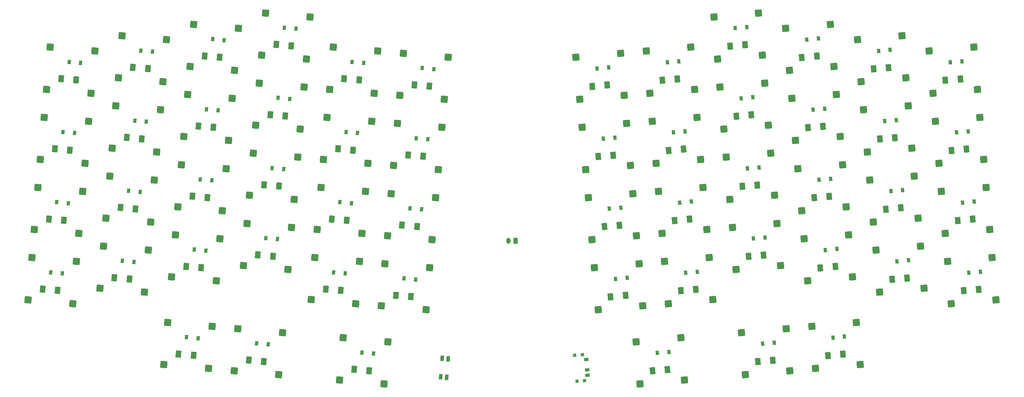
<source format=gbr>
%TF.GenerationSoftware,KiCad,Pcbnew,9.0.2*%
%TF.CreationDate,2025-06-04T11:45:29-06:00*%
%TF.ProjectId,chasm-v4,63686173-6d2d-4763-942e-6b696361645f,v1.0.0*%
%TF.SameCoordinates,Original*%
%TF.FileFunction,Paste,Top*%
%TF.FilePolarity,Positive*%
%FSLAX46Y46*%
G04 Gerber Fmt 4.6, Leading zero omitted, Abs format (unit mm)*
G04 Created by KiCad (PCBNEW 9.0.2) date 2025-06-04 11:45:29*
%MOMM*%
%LPD*%
G01*
G04 APERTURE LIST*
G04 Aperture macros list*
%AMRoundRect*
0 Rectangle with rounded corners*
0 $1 Rounding radius*
0 $2 $3 $4 $5 $6 $7 $8 $9 X,Y pos of 4 corners*
0 Add a 4 corners polygon primitive as box body*
4,1,4,$2,$3,$4,$5,$6,$7,$8,$9,$2,$3,0*
0 Add four circle primitives for the rounded corners*
1,1,$1+$1,$2,$3*
1,1,$1+$1,$4,$5*
1,1,$1+$1,$6,$7*
1,1,$1+$1,$8,$9*
0 Add four rect primitives between the rounded corners*
20,1,$1+$1,$2,$3,$4,$5,0*
20,1,$1+$1,$4,$5,$6,$7,0*
20,1,$1+$1,$6,$7,$8,$9,0*
20,1,$1+$1,$8,$9,$2,$3,0*%
%AMRotRect*
0 Rectangle, with rotation*
0 The origin of the aperture is its center*
0 $1 length*
0 $2 width*
0 $3 Rotation angle, in degrees counterclockwise*
0 Add horizontal line*
21,1,$1,$2,0,0,$3*%
G04 Aperture macros list end*
%ADD10C,0.800000*%
%ADD11RoundRect,0.250000X-0.812513X-0.681779X0.681779X-0.812513X0.812513X0.681779X-0.681779X0.812513X0*%
%ADD12RotRect,1.550000X2.000000X355.000000*%
%ADD13RoundRect,0.250000X-0.681779X-0.812513X0.812513X-0.681779X0.681779X0.812513X-0.812513X0.681779X0*%
%ADD14RotRect,1.550000X2.000000X5.000000*%
%ADD15RotRect,0.900000X1.200000X355.000000*%
%ADD16RotRect,0.900000X1.200000X5.000000*%
%ADD17O,1.200000X1.700000*%
%ADD18R,1.200000X1.700000*%
%ADD19RotRect,1.550000X1.000000X265.000000*%
%ADD20RotRect,0.900000X0.900000X95.000000*%
%ADD21RotRect,0.900000X1.250000X95.000000*%
G04 APERTURE END LIST*
D10*
%TO.C,S1*%
X101537283Y-102794617D03*
X97278551Y-102422027D03*
D11*
X105802902Y-106530607D03*
X106848771Y-94576271D03*
X93151229Y-105423729D03*
X94197098Y-93469393D03*
D12*
X101537283Y-102794617D03*
X97278551Y-102422027D03*
%TD*%
D10*
%TO.C,S2*%
X103280398Y-82870723D03*
X99021666Y-82498133D03*
D11*
X107546017Y-86606713D03*
X108591886Y-74652377D03*
X94894344Y-85499835D03*
X95940213Y-73545499D03*
D12*
X103280398Y-82870723D03*
X99021666Y-82498133D03*
%TD*%
D10*
%TO.C,S3*%
X105023513Y-62946829D03*
X100764781Y-62574239D03*
D11*
X109289132Y-66682819D03*
X110335001Y-54728483D03*
X96637459Y-65575941D03*
X97683328Y-53621605D03*
D12*
X105023513Y-62946829D03*
X100764781Y-62574239D03*
%TD*%
D10*
%TO.C,S4*%
X106766628Y-43022935D03*
X102507896Y-42650345D03*
D11*
X111032247Y-46758925D03*
X112078116Y-34804589D03*
X98380574Y-45652047D03*
X99426443Y-33697711D03*
D12*
X106766628Y-43022935D03*
X102507896Y-42650345D03*
%TD*%
D10*
%TO.C,S5*%
X121896956Y-99556758D03*
X117638224Y-99184168D03*
D11*
X126162575Y-103292748D03*
X127208444Y-91338412D03*
X113510902Y-102185870D03*
X114556771Y-90231534D03*
D12*
X121896956Y-99556758D03*
X117638224Y-99184168D03*
%TD*%
D10*
%TO.C,S6*%
X123640071Y-79632864D03*
X119381339Y-79260274D03*
D11*
X127905690Y-83368854D03*
X128951559Y-71414518D03*
X115254017Y-82261976D03*
X116299886Y-70307640D03*
D12*
X123640071Y-79632864D03*
X119381339Y-79260274D03*
%TD*%
D10*
%TO.C,S7*%
X125383186Y-59708970D03*
X121124454Y-59336380D03*
D11*
X129648805Y-63444960D03*
X130694674Y-51490624D03*
X116997132Y-62338082D03*
X118043001Y-50383746D03*
D12*
X125383186Y-59708970D03*
X121124454Y-59336380D03*
%TD*%
D10*
%TO.C,S8*%
X127126300Y-39785076D03*
X122867568Y-39412486D03*
D11*
X131391919Y-43521066D03*
X132437788Y-31566730D03*
X118740246Y-42414188D03*
X119786115Y-30459852D03*
D12*
X127126300Y-39785076D03*
X122867568Y-39412486D03*
%TD*%
D10*
%TO.C,S9*%
X142256628Y-96318900D03*
X137997896Y-95946310D03*
D11*
X146522247Y-100054890D03*
X147568116Y-88100554D03*
X133870574Y-98948012D03*
X134916443Y-86993676D03*
D12*
X142256628Y-96318900D03*
X137997896Y-95946310D03*
%TD*%
D10*
%TO.C,S10*%
X143999743Y-76395006D03*
X139741011Y-76022416D03*
D11*
X148265362Y-80130996D03*
X149311231Y-68176660D03*
X135613689Y-79024118D03*
X136659558Y-67069782D03*
D12*
X143999743Y-76395006D03*
X139741011Y-76022416D03*
%TD*%
D10*
%TO.C,S11*%
X145742858Y-56471112D03*
X141484126Y-56098522D03*
D11*
X150008477Y-60207102D03*
X151054346Y-48252766D03*
X137356804Y-59100224D03*
X138402673Y-47145888D03*
D12*
X145742858Y-56471112D03*
X141484126Y-56098522D03*
%TD*%
D10*
%TO.C,S12*%
X147485973Y-36547218D03*
X143227241Y-36174628D03*
D11*
X151751592Y-40283208D03*
X152797461Y-28328872D03*
X139099919Y-39176330D03*
X140145788Y-27221994D03*
D12*
X147485973Y-36547218D03*
X143227241Y-36174628D03*
%TD*%
D10*
%TO.C,S13*%
X162616301Y-93081041D03*
X158357569Y-92708451D03*
D11*
X166881920Y-96817031D03*
X167927789Y-84862695D03*
X154230247Y-95710153D03*
X155276116Y-83755817D03*
D12*
X162616301Y-93081041D03*
X158357569Y-92708451D03*
%TD*%
D10*
%TO.C,S14*%
X164359416Y-73157147D03*
X160100684Y-72784557D03*
D11*
X168625035Y-76893137D03*
X169670904Y-64938801D03*
X155973362Y-75786259D03*
X157019231Y-63831923D03*
D12*
X164359416Y-73157147D03*
X160100684Y-72784557D03*
%TD*%
D10*
%TO.C,S15*%
X166102531Y-53233253D03*
X161843799Y-52860663D03*
D11*
X170368150Y-56969243D03*
X171414019Y-45014907D03*
X157716477Y-55862365D03*
X158762346Y-43908029D03*
D12*
X166102531Y-53233253D03*
X161843799Y-52860663D03*
%TD*%
D10*
%TO.C,S16*%
X167845646Y-33309359D03*
X163586914Y-32936769D03*
D11*
X172111265Y-37045349D03*
X173157134Y-25091013D03*
X159459592Y-35938471D03*
X160505461Y-23984135D03*
D12*
X167845646Y-33309359D03*
X163586914Y-32936769D03*
%TD*%
D10*
%TO.C,S17*%
X181842949Y-102793714D03*
X177584217Y-102421124D03*
D11*
X186108568Y-106529704D03*
X187154437Y-94575368D03*
X173456895Y-105422826D03*
X174502764Y-93468490D03*
D12*
X181842949Y-102793714D03*
X177584217Y-102421124D03*
%TD*%
D10*
%TO.C,S18*%
X183586064Y-82869819D03*
X179327332Y-82497229D03*
D11*
X187851683Y-86605809D03*
X188897552Y-74651473D03*
X175200010Y-85498931D03*
X176245879Y-73544595D03*
D12*
X183586064Y-82869819D03*
X179327332Y-82497229D03*
%TD*%
D10*
%TO.C,S19*%
X185329179Y-62945925D03*
X181070447Y-62573335D03*
D11*
X189594798Y-66681915D03*
X190640667Y-54727579D03*
X176943125Y-65575037D03*
X177988994Y-53620701D03*
D12*
X185329179Y-62945925D03*
X181070447Y-62573335D03*
%TD*%
D10*
%TO.C,S20*%
X187072294Y-43022031D03*
X182813562Y-42649441D03*
D11*
X191337913Y-46758021D03*
X192383782Y-34803685D03*
X178686240Y-45651143D03*
X179732109Y-33696807D03*
D12*
X187072294Y-43022031D03*
X182813562Y-42649441D03*
%TD*%
D10*
%TO.C,S21*%
X201766843Y-104536828D03*
X197508111Y-104164238D03*
D11*
X206032462Y-108272818D03*
X207078331Y-96318482D03*
X193380789Y-107165940D03*
X194426658Y-95211604D03*
D12*
X201766843Y-104536828D03*
X197508111Y-104164238D03*
%TD*%
D10*
%TO.C,S22*%
X203509958Y-84612934D03*
X199251226Y-84240344D03*
D11*
X207775577Y-88348924D03*
X208821446Y-76394588D03*
X195123904Y-87242046D03*
X196169773Y-75287710D03*
D12*
X203509958Y-84612934D03*
X199251226Y-84240344D03*
%TD*%
D10*
%TO.C,S23*%
X205253073Y-64689040D03*
X200994341Y-64316450D03*
D11*
X209518692Y-68425030D03*
X210564561Y-56470694D03*
X196867019Y-67318152D03*
X197912888Y-55363816D03*
D12*
X205253073Y-64689040D03*
X200994341Y-64316450D03*
%TD*%
D10*
%TO.C,S24*%
X206996188Y-44765146D03*
X202737456Y-44392556D03*
D11*
X211261807Y-48501136D03*
X212307676Y-36546800D03*
X198610134Y-47394258D03*
X199656003Y-35439922D03*
D12*
X206996188Y-44765146D03*
X202737456Y-44392556D03*
%TD*%
D10*
%TO.C,S25*%
X140077735Y-121223767D03*
X135819003Y-120851177D03*
D11*
X144343354Y-124959757D03*
X145389223Y-113005421D03*
X131691681Y-123852879D03*
X132737550Y-111898543D03*
D12*
X140077735Y-121223767D03*
X135819003Y-120851177D03*
%TD*%
D10*
%TO.C,S26*%
X160001629Y-122966882D03*
X155742897Y-122594292D03*
D11*
X164267248Y-126702872D03*
X165313117Y-114748536D03*
X151615575Y-125595994D03*
X152661444Y-113641658D03*
D12*
X160001629Y-122966882D03*
X155742897Y-122594292D03*
%TD*%
D10*
%TO.C,S27*%
X189887470Y-125581554D03*
X185628738Y-125208964D03*
D11*
X194153089Y-129317544D03*
X195198958Y-117363208D03*
X181501416Y-128210666D03*
X182547285Y-116256330D03*
D12*
X189887470Y-125581554D03*
X185628738Y-125208964D03*
%TD*%
D10*
%TO.C,S28*%
X362917017Y-102485215D03*
X358658285Y-102857805D03*
D13*
X367766580Y-105423729D03*
X366720711Y-93469393D03*
X355114907Y-106530607D03*
X354069038Y-94576271D03*
D14*
X362917017Y-102485215D03*
X358658285Y-102857805D03*
%TD*%
D10*
%TO.C,S29*%
X361173903Y-82561321D03*
X356915171Y-82933911D03*
D13*
X366023466Y-85499835D03*
X364977597Y-73545499D03*
X353371793Y-86606713D03*
X352325924Y-74652377D03*
D14*
X361173903Y-82561321D03*
X356915171Y-82933911D03*
%TD*%
D10*
%TO.C,S30*%
X359430788Y-62637427D03*
X355172056Y-63010017D03*
D13*
X364280351Y-65575941D03*
X363234482Y-53621605D03*
X351628678Y-66682819D03*
X350582809Y-54728483D03*
D14*
X359430788Y-62637427D03*
X355172056Y-63010017D03*
%TD*%
D10*
%TO.C,S31*%
X357687673Y-42713533D03*
X353428941Y-43086123D03*
D13*
X362537236Y-45652047D03*
X361491367Y-33697711D03*
X349885563Y-46758925D03*
X348839694Y-34804589D03*
D14*
X357687673Y-42713533D03*
X353428941Y-43086123D03*
%TD*%
D10*
%TO.C,S32*%
X342557345Y-99247356D03*
X338298613Y-99619946D03*
D13*
X347406908Y-102185870D03*
X346361039Y-90231534D03*
X334755235Y-103292748D03*
X333709366Y-91338412D03*
D14*
X342557345Y-99247356D03*
X338298613Y-99619946D03*
%TD*%
D10*
%TO.C,S33*%
X340814230Y-79323462D03*
X336555498Y-79696052D03*
D13*
X345663793Y-82261976D03*
X344617924Y-70307640D03*
X333012120Y-83368854D03*
X331966251Y-71414518D03*
D14*
X340814230Y-79323462D03*
X336555498Y-79696052D03*
%TD*%
D10*
%TO.C,S34*%
X339071115Y-59399568D03*
X334812383Y-59772158D03*
D13*
X343920678Y-62338082D03*
X342874809Y-50383746D03*
X331269005Y-63444960D03*
X330223136Y-51490624D03*
D14*
X339071115Y-59399568D03*
X334812383Y-59772158D03*
%TD*%
D10*
%TO.C,S35*%
X337328000Y-39475674D03*
X333069268Y-39848264D03*
D13*
X342177563Y-42414188D03*
X341131694Y-30459852D03*
X329525890Y-43521066D03*
X328480021Y-31566730D03*
D14*
X337328000Y-39475674D03*
X333069268Y-39848264D03*
%TD*%
D10*
%TO.C,S36*%
X322197672Y-96009498D03*
X317938940Y-96382088D03*
D13*
X327047235Y-98948012D03*
X326001366Y-86993676D03*
X314395562Y-100054890D03*
X313349693Y-88100554D03*
D14*
X322197672Y-96009498D03*
X317938940Y-96382088D03*
%TD*%
D10*
%TO.C,S37*%
X320454557Y-76085604D03*
X316195825Y-76458194D03*
D13*
X325304120Y-79024118D03*
X324258251Y-67069782D03*
X312652447Y-80130996D03*
X311606578Y-68176660D03*
D14*
X320454557Y-76085604D03*
X316195825Y-76458194D03*
%TD*%
D10*
%TO.C,S38*%
X318711442Y-56161710D03*
X314452710Y-56534300D03*
D13*
X323561005Y-59100224D03*
X322515136Y-47145888D03*
X310909332Y-60207102D03*
X309863463Y-48252766D03*
D14*
X318711442Y-56161710D03*
X314452710Y-56534300D03*
%TD*%
D10*
%TO.C,S39*%
X316968327Y-36237816D03*
X312709595Y-36610406D03*
D13*
X321817890Y-39176330D03*
X320772021Y-27221994D03*
X309166217Y-40283208D03*
X308120348Y-28328872D03*
D14*
X316968327Y-36237816D03*
X312709595Y-36610406D03*
%TD*%
D10*
%TO.C,S40*%
X301837999Y-92771639D03*
X297579267Y-93144229D03*
D13*
X306687562Y-95710153D03*
X305641693Y-83755817D03*
X294035889Y-96817031D03*
X292990020Y-84862695D03*
D14*
X301837999Y-92771639D03*
X297579267Y-93144229D03*
%TD*%
D10*
%TO.C,S41*%
X300094884Y-72847745D03*
X295836152Y-73220335D03*
D13*
X304944447Y-75786259D03*
X303898578Y-63831923D03*
X292292774Y-76893137D03*
X291246905Y-64938801D03*
D14*
X300094884Y-72847745D03*
X295836152Y-73220335D03*
%TD*%
D10*
%TO.C,S42*%
X298351770Y-52923851D03*
X294093038Y-53296441D03*
D13*
X303201333Y-55862365D03*
X302155464Y-43908029D03*
X290549660Y-56969243D03*
X289503791Y-45014907D03*
D14*
X298351770Y-52923851D03*
X294093038Y-53296441D03*
%TD*%
D10*
%TO.C,S43*%
X296608655Y-32999957D03*
X292349923Y-33372547D03*
D13*
X301458218Y-35938471D03*
X300412349Y-23984135D03*
X288806545Y-37045349D03*
X287760676Y-25091013D03*
D14*
X296608655Y-32999957D03*
X292349923Y-33372547D03*
%TD*%
D10*
%TO.C,S44*%
X282611351Y-102484312D03*
X278352619Y-102856902D03*
D13*
X287460914Y-105422826D03*
X286415045Y-93468490D03*
X274809241Y-106529704D03*
X273763372Y-94575368D03*
D14*
X282611351Y-102484312D03*
X278352619Y-102856902D03*
%TD*%
D10*
%TO.C,S45*%
X280868236Y-82560417D03*
X276609504Y-82933007D03*
D13*
X285717799Y-85498931D03*
X284671930Y-73544595D03*
X273066126Y-86605809D03*
X272020257Y-74651473D03*
D14*
X280868236Y-82560417D03*
X276609504Y-82933007D03*
%TD*%
D10*
%TO.C,S46*%
X279125122Y-62636523D03*
X274866390Y-63009113D03*
D13*
X283974685Y-65575037D03*
X282928816Y-53620701D03*
X271323012Y-66681915D03*
X270277143Y-54727579D03*
D14*
X279125122Y-62636523D03*
X274866390Y-63009113D03*
%TD*%
D10*
%TO.C,S47*%
X277382007Y-42712629D03*
X273123275Y-43085219D03*
D13*
X282231570Y-45651143D03*
X281185701Y-33696807D03*
X269579897Y-46758021D03*
X268534028Y-34803685D03*
D14*
X277382007Y-42712629D03*
X273123275Y-43085219D03*
%TD*%
D10*
%TO.C,S48*%
X262687457Y-104227426D03*
X258428725Y-104600016D03*
D13*
X267537020Y-107165940D03*
X266491151Y-95211604D03*
X254885347Y-108272818D03*
X253839478Y-96318482D03*
D14*
X262687457Y-104227426D03*
X258428725Y-104600016D03*
%TD*%
D10*
%TO.C,S49*%
X260944343Y-84303532D03*
X256685611Y-84676122D03*
D13*
X265793906Y-87242046D03*
X264748037Y-75287710D03*
X253142233Y-88348924D03*
X252096364Y-76394588D03*
D14*
X260944343Y-84303532D03*
X256685611Y-84676122D03*
%TD*%
D10*
%TO.C,S50*%
X259201228Y-64379638D03*
X254942496Y-64752228D03*
D13*
X264050791Y-67318152D03*
X263004922Y-55363816D03*
X251399118Y-68425030D03*
X250353249Y-56470694D03*
D14*
X259201228Y-64379638D03*
X254942496Y-64752228D03*
%TD*%
D10*
%TO.C,S51*%
X257458113Y-44455744D03*
X253199381Y-44828334D03*
D13*
X262307676Y-47394258D03*
X261261807Y-35439922D03*
X249656003Y-48501136D03*
X248610134Y-36546800D03*
D14*
X257458113Y-44455744D03*
X253199381Y-44828334D03*
%TD*%
D10*
%TO.C,S52*%
X324376566Y-120914365D03*
X320117834Y-121286955D03*
D13*
X329226129Y-123852879D03*
X328180260Y-111898543D03*
X316574456Y-124959757D03*
X315528587Y-113005421D03*
D14*
X324376566Y-120914365D03*
X320117834Y-121286955D03*
%TD*%
D10*
%TO.C,S53*%
X304452672Y-122657480D03*
X300193940Y-123030070D03*
D13*
X309302235Y-125595994D03*
X308256366Y-113641658D03*
X296650562Y-126702872D03*
X295604693Y-114748536D03*
D14*
X304452672Y-122657480D03*
X300193940Y-123030070D03*
%TD*%
D10*
%TO.C,S54*%
X274566831Y-125272152D03*
X270308099Y-125644742D03*
D13*
X279416394Y-128210666D03*
X278370525Y-116256330D03*
X266764721Y-129317544D03*
X265718852Y-117363208D03*
D14*
X274566831Y-125272152D03*
X270308099Y-125644742D03*
%TD*%
D15*
%TO.C,D1*%
X102840374Y-97939715D03*
X99552932Y-97652101D03*
%TD*%
%TO.C,D2*%
X104583489Y-78015821D03*
X101296047Y-77728207D03*
%TD*%
%TO.C,D3*%
X106326604Y-58091927D03*
X103039162Y-57804313D03*
%TD*%
%TO.C,D4*%
X108069719Y-38168033D03*
X104782277Y-37880419D03*
%TD*%
%TO.C,D5*%
X123200047Y-94701856D03*
X119912605Y-94414242D03*
%TD*%
%TO.C,D6*%
X124943162Y-74777962D03*
X121655720Y-74490348D03*
%TD*%
%TO.C,D7*%
X126686276Y-54854068D03*
X123398834Y-54566454D03*
%TD*%
%TO.C,D8*%
X128429391Y-34930174D03*
X125141949Y-34642560D03*
%TD*%
%TO.C,D9*%
X143559719Y-91463998D03*
X140272277Y-91176384D03*
%TD*%
%TO.C,D10*%
X145302834Y-71540104D03*
X142015392Y-71252490D03*
%TD*%
%TO.C,D11*%
X147045949Y-51616210D03*
X143758507Y-51328596D03*
%TD*%
%TO.C,D12*%
X148789064Y-31692316D03*
X145501622Y-31404702D03*
%TD*%
%TO.C,D13*%
X163919392Y-88226139D03*
X160631950Y-87938525D03*
%TD*%
%TO.C,D14*%
X165662507Y-68302245D03*
X162375065Y-68014631D03*
%TD*%
%TO.C,D15*%
X167405622Y-48378351D03*
X164118180Y-48090737D03*
%TD*%
%TO.C,D16*%
X169148737Y-28454457D03*
X165861295Y-28166843D03*
%TD*%
%TO.C,D17*%
X183146040Y-97938811D03*
X179858598Y-97651197D03*
%TD*%
%TO.C,D18*%
X184889155Y-78014917D03*
X181601713Y-77727303D03*
%TD*%
%TO.C,D19*%
X186632270Y-58091023D03*
X183344828Y-57803409D03*
%TD*%
%TO.C,D20*%
X188375385Y-38167129D03*
X185087943Y-37879515D03*
%TD*%
%TO.C,D21*%
X203069934Y-99681926D03*
X199782492Y-99394312D03*
%TD*%
%TO.C,D22*%
X204813049Y-79758032D03*
X201525607Y-79470418D03*
%TD*%
%TO.C,D23*%
X206556164Y-59834138D03*
X203268722Y-59546524D03*
%TD*%
%TO.C,D24*%
X208299279Y-39910244D03*
X205011837Y-39622630D03*
%TD*%
%TO.C,D25*%
X141380826Y-116368865D03*
X138093384Y-116081251D03*
%TD*%
%TO.C,D26*%
X161304720Y-118111980D03*
X158017278Y-117824366D03*
%TD*%
%TO.C,D27*%
X191190561Y-120726652D03*
X187903119Y-120439038D03*
%TD*%
D16*
%TO.C,D28*%
X363357267Y-97477790D03*
X360069825Y-97765404D03*
%TD*%
%TO.C,D29*%
X361614152Y-77553895D03*
X358326710Y-77841509D03*
%TD*%
%TO.C,D30*%
X359871037Y-57630001D03*
X356583595Y-57917615D03*
%TD*%
%TO.C,D31*%
X358127922Y-37706107D03*
X354840480Y-37993721D03*
%TD*%
%TO.C,D32*%
X342997594Y-94239931D03*
X339710152Y-94527545D03*
%TD*%
%TO.C,D33*%
X341254479Y-74316037D03*
X337967037Y-74603651D03*
%TD*%
%TO.C,D34*%
X339511364Y-54392143D03*
X336223922Y-54679757D03*
%TD*%
%TO.C,D35*%
X337768249Y-34468249D03*
X334480807Y-34755863D03*
%TD*%
%TO.C,D36*%
X322637921Y-91002072D03*
X319350479Y-91289686D03*
%TD*%
%TO.C,D37*%
X320894807Y-71078178D03*
X317607365Y-71365792D03*
%TD*%
%TO.C,D38*%
X319151692Y-51154284D03*
X315864250Y-51441898D03*
%TD*%
%TO.C,D39*%
X317408577Y-31230390D03*
X314121135Y-31518004D03*
%TD*%
%TO.C,D40*%
X302278249Y-87764214D03*
X298990807Y-88051828D03*
%TD*%
%TO.C,D41*%
X300535134Y-67840320D03*
X297247692Y-68127934D03*
%TD*%
%TO.C,D42*%
X298792019Y-47916426D03*
X295504577Y-48204040D03*
%TD*%
%TO.C,D43*%
X297048904Y-27992532D03*
X293761462Y-28280146D03*
%TD*%
%TO.C,D44*%
X283051601Y-97476886D03*
X279764159Y-97764500D03*
%TD*%
%TO.C,D45*%
X281308486Y-77552992D03*
X278021044Y-77840606D03*
%TD*%
%TO.C,D46*%
X279565371Y-57629098D03*
X276277929Y-57916712D03*
%TD*%
%TO.C,D47*%
X277822256Y-37705204D03*
X274534814Y-37992818D03*
%TD*%
%TO.C,D48*%
X263127707Y-99220001D03*
X259840265Y-99507615D03*
%TD*%
%TO.C,D49*%
X261384592Y-79296107D03*
X258097150Y-79583721D03*
%TD*%
%TO.C,D50*%
X259641477Y-59372213D03*
X256354035Y-59659827D03*
%TD*%
%TO.C,D51*%
X257898362Y-39448319D03*
X254610920Y-39735933D03*
%TD*%
%TO.C,D52*%
X324816815Y-115906940D03*
X321529373Y-116194554D03*
%TD*%
%TO.C,D53*%
X304892921Y-117650055D03*
X301605479Y-117937669D03*
%TD*%
%TO.C,D54*%
X275007080Y-120264727D03*
X271719638Y-120552341D03*
%TD*%
D17*
%TO.C,JST1*%
X229458905Y-88742211D03*
D18*
X231458905Y-88742211D03*
%TD*%
D19*
%TO.C,B1*%
X210187116Y-127332448D03*
X210644683Y-122102426D03*
X211880647Y-127480612D03*
X212338214Y-122250590D03*
%TD*%
D20*
%TO.C,T1*%
X248881807Y-128573311D03*
X251073435Y-128381568D03*
X250428483Y-121009727D03*
X248236855Y-121201470D03*
D21*
X251918349Y-126852109D03*
X251787616Y-125357817D03*
X251526149Y-122369233D03*
%TD*%
M02*

</source>
